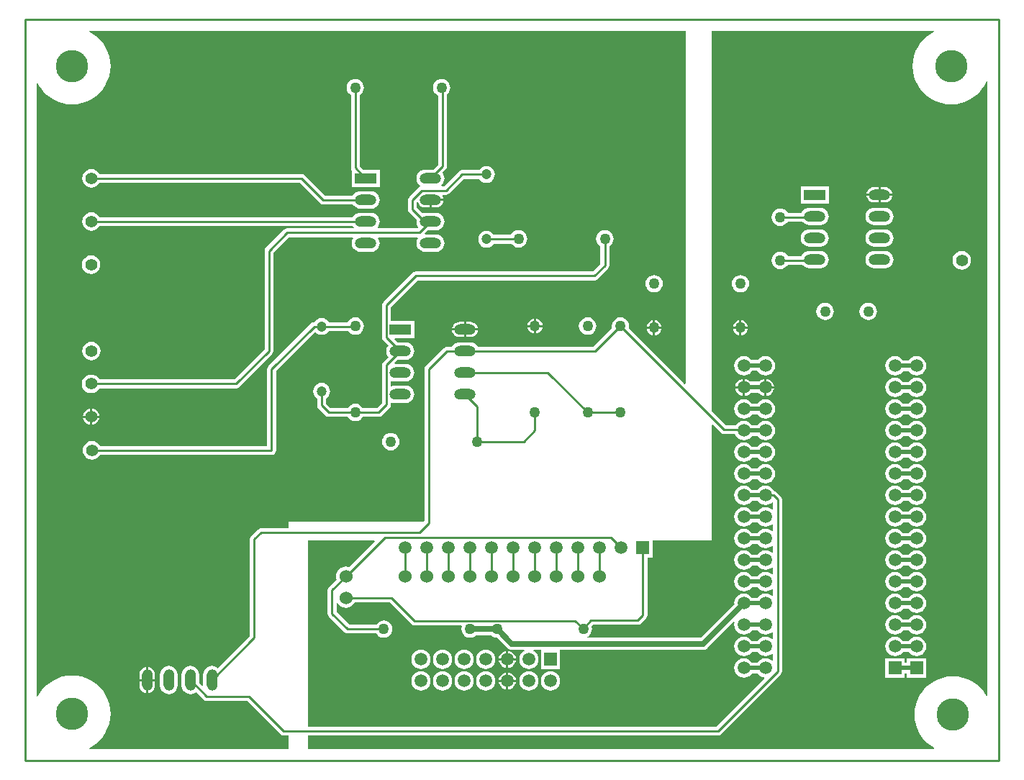
<source format=gtl>
G04*
G04 #@! TF.GenerationSoftware,Altium Limited,Altium Designer,19.1.5 (86)*
G04*
G04 Layer_Physical_Order=1*
G04 Layer_Color=255*
%FSLAX43Y43*%
%MOMM*%
G71*
G01*
G75*
%ADD10C,0.254*%
%ADD12C,0.508*%
%ADD26C,0.635*%
%ADD27C,1.270*%
%ADD28C,1.500*%
%ADD29R,1.500X1.500*%
%ADD30C,1.524*%
%ADD31R,1.500X1.500*%
%ADD32C,3.810*%
%ADD33R,2.540X1.270*%
%ADD34O,2.540X1.270*%
%ADD35C,1.200*%
%ADD36C,1.397*%
%ADD37O,1.270X2.540*%
G36*
X77663Y44343D02*
X77545Y44294D01*
X70993Y50847D01*
X71027Y51105D01*
X70992Y51370D01*
X70890Y51617D01*
X70727Y51829D01*
X70515Y51992D01*
X70268Y52095D01*
X70002Y52130D01*
X69737Y52095D01*
X69490Y51992D01*
X69278Y51829D01*
X69115Y51617D01*
X69013Y51370D01*
X68978Y51105D01*
X69012Y50847D01*
X66841Y48676D01*
X53233D01*
X53074Y48883D01*
X52862Y49046D01*
X52615Y49148D01*
X52349Y49183D01*
X51079D01*
X50814Y49148D01*
X50567Y49046D01*
X50355Y48883D01*
X50196Y48676D01*
X49581D01*
X49383Y48637D01*
X49215Y48525D01*
X47081Y46391D01*
X46969Y46223D01*
X46929Y46025D01*
Y28155D01*
X46816Y28042D01*
X30988D01*
Y27340D01*
X27737D01*
X27737Y27340D01*
X27539Y27301D01*
X27371Y27189D01*
X26558Y26376D01*
X26445Y26208D01*
X26406Y26010D01*
Y14642D01*
X22615Y10851D01*
X22458Y10971D01*
X22211Y11074D01*
X21946Y11109D01*
X21680Y11074D01*
X21433Y10971D01*
X21221Y10808D01*
X21058Y10596D01*
X20956Y10349D01*
X20921Y10084D01*
Y8846D01*
X20808Y8778D01*
X20430Y9157D01*
Y10084D01*
X20395Y10349D01*
X20293Y10596D01*
X20130Y10808D01*
X19918Y10971D01*
X19671Y11074D01*
X19406Y11109D01*
X19140Y11074D01*
X18893Y10971D01*
X18681Y10808D01*
X18518Y10596D01*
X18416Y10349D01*
X18381Y10084D01*
Y8814D01*
X18416Y8549D01*
X18518Y8301D01*
X18681Y8089D01*
X18893Y7926D01*
X19140Y7824D01*
X19406Y7789D01*
X19671Y7824D01*
X19918Y7926D01*
X20075Y8047D01*
X20970Y7152D01*
X21138Y7040D01*
X21336Y7000D01*
X26100D01*
X30012Y3088D01*
X30180Y2976D01*
X30378Y2936D01*
X30988D01*
Y1321D01*
X7511D01*
X7483Y1444D01*
X7745Y1574D01*
X8237Y1902D01*
X8681Y2292D01*
X9071Y2736D01*
X9399Y3228D01*
X9660Y3758D01*
X9850Y4317D01*
X9965Y4897D01*
X10004Y5486D01*
X9965Y6076D01*
X9850Y6656D01*
X9660Y7215D01*
X9399Y7745D01*
X9071Y8237D01*
X8681Y8681D01*
X8237Y9071D01*
X7745Y9399D01*
X7215Y9660D01*
X6656Y9850D01*
X6076Y9965D01*
X5486Y10004D01*
X4897Y9965D01*
X4317Y9850D01*
X3758Y9660D01*
X3228Y9399D01*
X2736Y9071D01*
X2292Y8681D01*
X1902Y8237D01*
X1574Y7745D01*
X1444Y7483D01*
X1321Y7511D01*
Y79661D01*
X1444Y79690D01*
X1574Y79428D01*
X1902Y78936D01*
X2292Y78492D01*
X2736Y78102D01*
X3228Y77774D01*
X3758Y77513D01*
X4317Y77323D01*
X4897Y77207D01*
X5486Y77169D01*
X6076Y77207D01*
X6656Y77323D01*
X7215Y77513D01*
X7745Y77774D01*
X8237Y78102D01*
X8681Y78492D01*
X9071Y78936D01*
X9399Y79428D01*
X9660Y79958D01*
X9850Y80517D01*
X9965Y81097D01*
X10004Y81686D01*
X9965Y82276D01*
X9850Y82856D01*
X9660Y83415D01*
X9399Y83945D01*
X9071Y84437D01*
X8681Y84881D01*
X8237Y85271D01*
X7745Y85599D01*
X7483Y85728D01*
X7511Y85852D01*
X77663D01*
Y44343D01*
D02*
G37*
G36*
X106890Y85852D02*
X106919Y85728D01*
X106656Y85599D01*
X106165Y85271D01*
X105721Y84881D01*
X105331Y84437D01*
X105003Y83945D01*
X104741Y83415D01*
X104551Y82856D01*
X104436Y82276D01*
X104398Y81686D01*
X104436Y81097D01*
X104551Y80517D01*
X104741Y79958D01*
X105003Y79428D01*
X105331Y78936D01*
X105721Y78492D01*
X106165Y78102D01*
X106656Y77774D01*
X107186Y77513D01*
X107746Y77323D01*
X108326Y77207D01*
X108915Y77169D01*
X109505Y77207D01*
X110084Y77323D01*
X110644Y77513D01*
X111174Y77774D01*
X111665Y78102D01*
X112110Y78492D01*
X112499Y78936D01*
X112828Y79428D01*
X113055Y79889D01*
X113182Y79860D01*
Y7616D01*
X113059Y7587D01*
X113031Y7644D01*
X112703Y8135D01*
X112313Y8579D01*
X111869Y8969D01*
X111377Y9297D01*
X110847Y9559D01*
X110288Y9749D01*
X109708Y9864D01*
X109118Y9902D01*
X108529Y9864D01*
X107949Y9749D01*
X107390Y9559D01*
X106860Y9297D01*
X106368Y8969D01*
X105924Y8579D01*
X105534Y8135D01*
X105206Y7644D01*
X104945Y7114D01*
X104755Y6554D01*
X104639Y5974D01*
X104601Y5385D01*
X104639Y4795D01*
X104755Y4216D01*
X104945Y3656D01*
X105206Y3126D01*
X105534Y2635D01*
X105924Y2190D01*
X106368Y1801D01*
X106860Y1472D01*
X106916Y1444D01*
X106887Y1321D01*
X33223Y1321D01*
Y2936D01*
X81483Y2936D01*
X81681Y2976D01*
X81849Y3088D01*
X88860Y10099D01*
X88860Y10099D01*
X88972Y10267D01*
X89012Y10465D01*
Y30683D01*
X88972Y30881D01*
X88860Y31049D01*
X88352Y31557D01*
X88184Y31670D01*
X88089Y31689D01*
X88059Y31762D01*
X87878Y31998D01*
X87642Y32179D01*
X87366Y32293D01*
X87071Y32332D01*
X86776Y32293D01*
X86501Y32179D01*
X86265Y31998D01*
X86142Y31839D01*
X85460D01*
X85338Y31998D01*
X85102Y32179D01*
X84826Y32293D01*
X84531Y32332D01*
X84236Y32293D01*
X83961Y32179D01*
X83725Y31998D01*
X83543Y31762D01*
X83429Y31486D01*
X83390Y31191D01*
X83429Y30896D01*
X83543Y30621D01*
X83725Y30385D01*
X83961Y30203D01*
X84236Y30089D01*
X84531Y30050D01*
X84826Y30089D01*
X85102Y30203D01*
X85338Y30385D01*
X85460Y30544D01*
X86142D01*
X86265Y30385D01*
X86501Y30203D01*
X86776Y30089D01*
X87071Y30050D01*
X87366Y30089D01*
X87642Y30203D01*
X87849Y30362D01*
X87946Y30329D01*
X87976Y30306D01*
Y29523D01*
X87849Y29480D01*
X87642Y29639D01*
X87366Y29753D01*
X87071Y29792D01*
X86776Y29753D01*
X86501Y29639D01*
X86265Y29458D01*
X86142Y29299D01*
X85460D01*
X85338Y29458D01*
X85102Y29639D01*
X84826Y29753D01*
X84531Y29792D01*
X84236Y29753D01*
X83961Y29639D01*
X83725Y29458D01*
X83543Y29222D01*
X83429Y28946D01*
X83390Y28651D01*
X83429Y28356D01*
X83543Y28081D01*
X83725Y27845D01*
X83961Y27663D01*
X84236Y27549D01*
X84531Y27510D01*
X84826Y27549D01*
X85102Y27663D01*
X85338Y27845D01*
X85460Y28004D01*
X86142D01*
X86265Y27845D01*
X86501Y27663D01*
X86776Y27549D01*
X87071Y27510D01*
X87366Y27549D01*
X87642Y27663D01*
X87849Y27822D01*
X87976Y27779D01*
Y26983D01*
X87849Y26940D01*
X87642Y27099D01*
X87366Y27213D01*
X87071Y27252D01*
X86776Y27213D01*
X86501Y27099D01*
X86265Y26918D01*
X86142Y26759D01*
X85460D01*
X85338Y26918D01*
X85102Y27099D01*
X84826Y27213D01*
X84531Y27252D01*
X84236Y27213D01*
X83961Y27099D01*
X83725Y26918D01*
X83543Y26682D01*
X83429Y26406D01*
X83390Y26111D01*
X83429Y25816D01*
X83543Y25541D01*
X83725Y25305D01*
X83961Y25123D01*
X84236Y25009D01*
X84531Y24970D01*
X84826Y25009D01*
X85102Y25123D01*
X85338Y25305D01*
X85460Y25464D01*
X86142D01*
X86265Y25305D01*
X86501Y25123D01*
X86776Y25009D01*
X87071Y24970D01*
X87366Y25009D01*
X87642Y25123D01*
X87849Y25282D01*
X87976Y25239D01*
Y24443D01*
X87849Y24400D01*
X87642Y24559D01*
X87366Y24673D01*
X87071Y24712D01*
X86776Y24673D01*
X86501Y24559D01*
X86265Y24378D01*
X86142Y24219D01*
X85460D01*
X85338Y24378D01*
X85102Y24559D01*
X84826Y24673D01*
X84531Y24712D01*
X84236Y24673D01*
X83961Y24559D01*
X83725Y24378D01*
X83543Y24142D01*
X83429Y23866D01*
X83390Y23571D01*
X83429Y23276D01*
X83543Y23001D01*
X83725Y22765D01*
X83961Y22583D01*
X84236Y22469D01*
X84531Y22430D01*
X84826Y22469D01*
X85102Y22583D01*
X85338Y22765D01*
X85460Y22924D01*
X86142D01*
X86265Y22765D01*
X86501Y22583D01*
X86776Y22469D01*
X87071Y22430D01*
X87366Y22469D01*
X87642Y22583D01*
X87849Y22742D01*
X87976Y22699D01*
Y21903D01*
X87849Y21860D01*
X87642Y22019D01*
X87366Y22133D01*
X87071Y22172D01*
X86776Y22133D01*
X86501Y22019D01*
X86265Y21838D01*
X86142Y21679D01*
X85460D01*
X85338Y21838D01*
X85102Y22019D01*
X84826Y22133D01*
X84531Y22172D01*
X84236Y22133D01*
X83961Y22019D01*
X83725Y21838D01*
X83543Y21602D01*
X83429Y21326D01*
X83390Y21031D01*
X83429Y20736D01*
X83543Y20461D01*
X83725Y20225D01*
X83961Y20043D01*
X84236Y19929D01*
X84531Y19890D01*
X84826Y19929D01*
X85102Y20043D01*
X85338Y20225D01*
X85460Y20384D01*
X86142D01*
X86265Y20225D01*
X86501Y20043D01*
X86776Y19929D01*
X87071Y19890D01*
X87366Y19929D01*
X87642Y20043D01*
X87849Y20202D01*
X87976Y20159D01*
Y19363D01*
X87849Y19320D01*
X87642Y19479D01*
X87366Y19593D01*
X87071Y19632D01*
X86776Y19593D01*
X86501Y19479D01*
X86265Y19298D01*
X86142Y19139D01*
X85460D01*
X85338Y19298D01*
X85102Y19479D01*
X84826Y19593D01*
X84531Y19632D01*
X84236Y19593D01*
X83961Y19479D01*
X83725Y19298D01*
X83543Y19062D01*
X83429Y18786D01*
X83390Y18491D01*
X83407Y18364D01*
X79464Y14421D01*
X66151D01*
X66126Y14548D01*
X66146Y14556D01*
X66358Y14719D01*
X66521Y14931D01*
X66623Y15178D01*
X66658Y15443D01*
X66623Y15708D01*
X66596Y15775D01*
X66763Y15941D01*
X72034D01*
X72233Y15981D01*
X72401Y16093D01*
X73010Y16703D01*
X73123Y16871D01*
X73162Y17069D01*
Y23863D01*
X73775D01*
Y25908D01*
X80772D01*
X80772Y39437D01*
X80889Y39485D01*
X81828Y38547D01*
X81996Y38434D01*
X82194Y38395D01*
X83479D01*
X83543Y38241D01*
X83725Y38005D01*
X83961Y37823D01*
X84236Y37709D01*
X84531Y37670D01*
X84826Y37709D01*
X85102Y37823D01*
X85338Y38005D01*
X85460Y38164D01*
X86142D01*
X86265Y38005D01*
X86501Y37823D01*
X86776Y37709D01*
X87071Y37670D01*
X87366Y37709D01*
X87642Y37823D01*
X87878Y38005D01*
X88059Y38241D01*
X88173Y38516D01*
X88212Y38811D01*
X88173Y39106D01*
X88059Y39382D01*
X87878Y39618D01*
X87642Y39799D01*
X87366Y39913D01*
X87071Y39952D01*
X86776Y39913D01*
X86501Y39799D01*
X86265Y39618D01*
X86142Y39459D01*
X85460D01*
X85338Y39618D01*
X85102Y39799D01*
X84826Y39913D01*
X84531Y39952D01*
X84236Y39913D01*
X83961Y39799D01*
X83725Y39618D01*
X83581Y39431D01*
X82409D01*
X80772Y41068D01*
X80772Y85852D01*
X106890Y85852D01*
D02*
G37*
G36*
X41111Y25791D02*
X38050Y22730D01*
X37992Y22754D01*
X37694Y22794D01*
X37395Y22754D01*
X37117Y22639D01*
X36878Y22456D01*
X36695Y22217D01*
X36580Y21939D01*
X36541Y21641D01*
X36580Y21342D01*
X36604Y21284D01*
X35702Y20381D01*
X35589Y20213D01*
X35550Y20015D01*
Y17272D01*
X35589Y17074D01*
X35702Y16906D01*
X37531Y15077D01*
X37699Y14965D01*
X37897Y14925D01*
X41281D01*
X41439Y14719D01*
X41652Y14556D01*
X41899Y14453D01*
X42164Y14418D01*
X42429Y14453D01*
X42676Y14556D01*
X42889Y14719D01*
X43051Y14931D01*
X43154Y15178D01*
X43189Y15443D01*
X43154Y15708D01*
X43051Y15956D01*
X42889Y16168D01*
X42676Y16331D01*
X42429Y16433D01*
X42164Y16468D01*
X41899Y16433D01*
X41652Y16331D01*
X41439Y16168D01*
X41281Y15961D01*
X38111D01*
X36586Y17487D01*
Y18479D01*
X36713Y18501D01*
X36878Y18286D01*
X37117Y18102D01*
X37395Y17987D01*
X37694Y17948D01*
X37992Y17987D01*
X38270Y18102D01*
X38509Y18286D01*
X38692Y18524D01*
X38716Y18583D01*
X42864D01*
X45430Y16017D01*
X45430Y16017D01*
X45598Y15904D01*
X45796Y15865D01*
X45796Y15865D01*
X51285D01*
X51355Y15759D01*
X51334Y15708D01*
X51299Y15443D01*
X51334Y15178D01*
X51437Y14931D01*
X51599Y14719D01*
X51812Y14556D01*
X52059Y14453D01*
X52324Y14418D01*
X52589Y14453D01*
X52836Y14556D01*
X53049Y14719D01*
X53064Y14739D01*
X54734D01*
X54749Y14719D01*
X54961Y14556D01*
X55208Y14453D01*
X55474Y14418D01*
X55499Y14422D01*
X56703Y13218D01*
X56849Y13106D01*
X57018Y13035D01*
X57201Y13011D01*
X58660D01*
X58685Y12884D01*
X58662Y12875D01*
X58426Y12694D01*
X58245Y12458D01*
X58131Y12182D01*
X58092Y11887D01*
X58131Y11592D01*
X58245Y11317D01*
X58426Y11081D01*
X58662Y10899D01*
X58938Y10785D01*
X59233Y10746D01*
X59528Y10785D01*
X59803Y10899D01*
X60039Y11081D01*
X60221Y11317D01*
X60335Y11592D01*
X60374Y11887D01*
X60335Y12182D01*
X60221Y12458D01*
X60039Y12694D01*
X59803Y12875D01*
X59781Y12884D01*
X59806Y13011D01*
X60642D01*
Y10756D01*
X62904D01*
Y13011D01*
X79756D01*
X79938Y13035D01*
X80108Y13106D01*
X80254Y13218D01*
X83309Y16273D01*
X83424Y16208D01*
X83390Y15951D01*
X83429Y15656D01*
X83543Y15381D01*
X83725Y15145D01*
X83961Y14963D01*
X84236Y14849D01*
X84531Y14810D01*
X84826Y14849D01*
X85102Y14963D01*
X85338Y15145D01*
X85460Y15304D01*
X86142D01*
X86265Y15145D01*
X86501Y14963D01*
X86776Y14849D01*
X87071Y14810D01*
X87366Y14849D01*
X87642Y14963D01*
X87849Y15122D01*
X87976Y15079D01*
Y14283D01*
X87849Y14240D01*
X87642Y14399D01*
X87366Y14513D01*
X87071Y14552D01*
X86776Y14513D01*
X86501Y14399D01*
X86265Y14218D01*
X86142Y14059D01*
X85460D01*
X85338Y14218D01*
X85102Y14399D01*
X84826Y14513D01*
X84531Y14552D01*
X84236Y14513D01*
X83961Y14399D01*
X83725Y14218D01*
X83543Y13982D01*
X83429Y13706D01*
X83390Y13411D01*
X83429Y13116D01*
X83543Y12841D01*
X83725Y12605D01*
X83961Y12423D01*
X84236Y12309D01*
X84531Y12270D01*
X84826Y12309D01*
X85102Y12423D01*
X85338Y12605D01*
X85460Y12764D01*
X86142D01*
X86265Y12605D01*
X86501Y12423D01*
X86776Y12309D01*
X87071Y12270D01*
X87366Y12309D01*
X87642Y12423D01*
X87849Y12582D01*
X87976Y12539D01*
Y11743D01*
X87849Y11700D01*
X87642Y11859D01*
X87366Y11973D01*
X87071Y12012D01*
X86776Y11973D01*
X86501Y11859D01*
X86265Y11678D01*
X86142Y11519D01*
X85460D01*
X85338Y11678D01*
X85102Y11859D01*
X84826Y11973D01*
X84531Y12012D01*
X84236Y11973D01*
X83961Y11859D01*
X83725Y11678D01*
X83543Y11442D01*
X83429Y11166D01*
X83390Y10871D01*
X83429Y10576D01*
X83543Y10301D01*
X83725Y10065D01*
X83961Y9883D01*
X84236Y9769D01*
X84531Y9730D01*
X84826Y9769D01*
X85102Y9883D01*
X85338Y10065D01*
X85460Y10224D01*
X86142D01*
X86265Y10065D01*
X86501Y9883D01*
X86776Y9769D01*
X86890Y9754D01*
X86930Y9634D01*
X81269Y3972D01*
X33223Y3972D01*
Y25908D01*
X41062D01*
X41111Y25791D01*
D02*
G37*
%LPC*%
G36*
X48971Y80171D02*
X48706Y80136D01*
X48459Y80034D01*
X48247Y79871D01*
X48084Y79659D01*
X47981Y79412D01*
X47946Y79146D01*
X47981Y78881D01*
X48084Y78634D01*
X48247Y78422D01*
X48459Y78259D01*
X48555Y78219D01*
Y70115D01*
X47943Y69503D01*
X47015D01*
X46750Y69468D01*
X46503Y69366D01*
X46291Y69203D01*
X46128Y68991D01*
X46026Y68744D01*
X45991Y68478D01*
X46026Y68213D01*
X46128Y67966D01*
X46291Y67754D01*
X46414Y67660D01*
X46420Y67627D01*
X46400Y67510D01*
X46268Y67422D01*
X45151Y66305D01*
X45038Y66137D01*
X44999Y65938D01*
Y64821D01*
X45038Y64623D01*
X45151Y64455D01*
X46016Y63589D01*
X45991Y63398D01*
X46026Y63133D01*
X46128Y62886D01*
X46248Y62729D01*
X46115Y62596D01*
X41489D01*
X41427Y62723D01*
X41553Y62886D01*
X41655Y63133D01*
X41690Y63398D01*
X41655Y63664D01*
X41553Y63911D01*
X41390Y64123D01*
X41178Y64286D01*
X40931Y64388D01*
X40665Y64423D01*
X39395D01*
X39130Y64388D01*
X38883Y64286D01*
X38671Y64123D01*
X38512Y63916D01*
X28683D01*
X28643Y63924D01*
X8708D01*
X8697Y63951D01*
X8524Y64176D01*
X8298Y64349D01*
X8035Y64458D01*
X7754Y64495D01*
X7472Y64458D01*
X7209Y64349D01*
X6984Y64176D01*
X6811Y63951D01*
X6702Y63688D01*
X6665Y63406D01*
X6702Y63125D01*
X6811Y62862D01*
X6984Y62636D01*
X7209Y62463D01*
X7472Y62355D01*
X7754Y62318D01*
X8035Y62355D01*
X8298Y62463D01*
X8524Y62636D01*
X8697Y62862D01*
X8708Y62888D01*
X28205D01*
X28245Y62880D01*
X38512D01*
X38633Y62723D01*
X38572Y62596D01*
X30785D01*
X30587Y62556D01*
X30419Y62444D01*
X28285Y60310D01*
X28173Y60142D01*
X28133Y59944D01*
Y48373D01*
X24576Y44816D01*
X8675D01*
X8665Y44842D01*
X8492Y45068D01*
X8266Y45241D01*
X8003Y45349D01*
X7722Y45386D01*
X7440Y45349D01*
X7177Y45241D01*
X6952Y45068D01*
X6779Y44842D01*
X6670Y44579D01*
X6633Y44298D01*
X6670Y44016D01*
X6779Y43753D01*
X6952Y43528D01*
X7177Y43355D01*
X7440Y43246D01*
X7722Y43209D01*
X8003Y43246D01*
X8266Y43355D01*
X8492Y43528D01*
X8665Y43753D01*
X8675Y43780D01*
X24790D01*
X24989Y43819D01*
X25157Y43931D01*
X29017Y47792D01*
X29130Y47960D01*
X29169Y48158D01*
X29169Y48158D01*
Y59729D01*
X30999Y61560D01*
X38509D01*
X38565Y61446D01*
X38508Y61371D01*
X38406Y61124D01*
X38371Y60858D01*
X38406Y60593D01*
X38508Y60346D01*
X38671Y60134D01*
X38883Y59971D01*
X39130Y59869D01*
X39395Y59834D01*
X40665D01*
X40931Y59869D01*
X41178Y59971D01*
X41390Y60134D01*
X41553Y60346D01*
X41655Y60593D01*
X41690Y60858D01*
X41655Y61124D01*
X41553Y61371D01*
X41495Y61446D01*
X41552Y61560D01*
X46129D01*
X46185Y61446D01*
X46128Y61371D01*
X46026Y61124D01*
X45991Y60858D01*
X46026Y60593D01*
X46128Y60346D01*
X46291Y60134D01*
X46503Y59971D01*
X46750Y59869D01*
X47015Y59834D01*
X48285D01*
X48551Y59869D01*
X48798Y59971D01*
X49010Y60134D01*
X49173Y60346D01*
X49275Y60593D01*
X49310Y60858D01*
X49275Y61124D01*
X49173Y61371D01*
X49010Y61583D01*
X48798Y61746D01*
X48551Y61848D01*
X48285Y61883D01*
X47047D01*
X46980Y61996D01*
X47358Y62374D01*
X48285D01*
X48551Y62409D01*
X48798Y62511D01*
X49010Y62674D01*
X49173Y62886D01*
X49275Y63133D01*
X49310Y63398D01*
X49275Y63664D01*
X49173Y63911D01*
X49010Y64123D01*
X48798Y64286D01*
X48551Y64388D01*
X48285Y64423D01*
X47015D01*
X46750Y64388D01*
X46702Y64368D01*
X46035Y65035D01*
Y65651D01*
X46157Y65675D01*
X46163Y65673D01*
X46239Y65490D01*
X46381Y65304D01*
X46567Y65162D01*
X46783Y65072D01*
X47015Y65042D01*
X47523D01*
Y65938D01*
X47650D01*
Y66065D01*
X49165D01*
X49152Y66170D01*
X49062Y66387D01*
X49033Y66424D01*
X49089Y66538D01*
X49479D01*
X49677Y66577D01*
X49845Y66690D01*
X51573Y68418D01*
X53415D01*
X53555Y68236D01*
X53760Y68079D01*
X53998Y67980D01*
X54254Y67946D01*
X54510Y67980D01*
X54749Y68079D01*
X54954Y68236D01*
X55111Y68441D01*
X55210Y68680D01*
X55244Y68936D01*
X55210Y69192D01*
X55111Y69430D01*
X54954Y69635D01*
X54749Y69793D01*
X54510Y69891D01*
X54254Y69925D01*
X53998Y69891D01*
X53760Y69793D01*
X53555Y69635D01*
X53415Y69454D01*
X51359D01*
X51161Y69414D01*
X50993Y69302D01*
X49265Y67574D01*
X48984D01*
X48941Y67701D01*
X49010Y67754D01*
X49173Y67966D01*
X49275Y68213D01*
X49310Y68478D01*
X49275Y68744D01*
X49173Y68991D01*
X49052Y69148D01*
X49439Y69535D01*
X49551Y69703D01*
X49591Y69901D01*
X49591Y69901D01*
Y78341D01*
X49696Y78422D01*
X49859Y78634D01*
X49961Y78881D01*
X49996Y79146D01*
X49961Y79412D01*
X49859Y79659D01*
X49696Y79871D01*
X49484Y80034D01*
X49236Y80136D01*
X48971Y80171D01*
D02*
G37*
G36*
X38811D02*
X38546Y80136D01*
X38299Y80034D01*
X38087Y79871D01*
X37924Y79659D01*
X37821Y79412D01*
X37786Y79146D01*
X37821Y78881D01*
X37924Y78634D01*
X38087Y78422D01*
X38293Y78263D01*
Y69698D01*
X38333Y69499D01*
X38379Y69429D01*
Y67462D01*
X41681D01*
Y69494D01*
X39747D01*
X39329Y69912D01*
Y78263D01*
X39536Y78422D01*
X39699Y78634D01*
X39801Y78881D01*
X39836Y79146D01*
X39801Y79412D01*
X39699Y79659D01*
X39536Y79871D01*
X39324Y80034D01*
X39076Y80136D01*
X38811Y80171D01*
D02*
G37*
G36*
X49165Y65811D02*
X47777D01*
Y65042D01*
X48285D01*
X48517Y65072D01*
X48734Y65162D01*
X48919Y65304D01*
X49062Y65490D01*
X49152Y65706D01*
X49165Y65811D01*
D02*
G37*
G36*
X7754Y69575D02*
X7472Y69538D01*
X7209Y69429D01*
X6984Y69256D01*
X6811Y69031D01*
X6702Y68768D01*
X6665Y68486D01*
X6702Y68205D01*
X6811Y67942D01*
X6984Y67716D01*
X7209Y67543D01*
X7472Y67435D01*
X7754Y67398D01*
X8035Y67435D01*
X8298Y67543D01*
X8524Y67716D01*
X8697Y67942D01*
X8708Y67968D01*
X30033D01*
X30074Y67960D01*
X32297D01*
X34686Y65572D01*
X34686Y65572D01*
X34854Y65460D01*
X35052Y65420D01*
X35052Y65420D01*
X38512D01*
X38671Y65214D01*
X38883Y65051D01*
X39130Y64949D01*
X39395Y64914D01*
X40665D01*
X40931Y64949D01*
X41178Y65051D01*
X41390Y65214D01*
X41553Y65426D01*
X41655Y65673D01*
X41690Y65938D01*
X41655Y66204D01*
X41553Y66451D01*
X41390Y66663D01*
X41178Y66826D01*
X40931Y66928D01*
X40665Y66963D01*
X39395D01*
X39130Y66928D01*
X38883Y66826D01*
X38671Y66663D01*
X38512Y66456D01*
X35267D01*
X32878Y68845D01*
X32710Y68957D01*
X32512Y68996D01*
X30207D01*
X30167Y69004D01*
X8708D01*
X8697Y69031D01*
X8524Y69256D01*
X8298Y69429D01*
X8035Y69538D01*
X7754Y69575D01*
D02*
G37*
G36*
X58014Y62391D02*
X57748Y62356D01*
X57501Y62254D01*
X57289Y62091D01*
X57126Y61879D01*
X57107Y61834D01*
X55093D01*
X54954Y62015D01*
X54749Y62173D01*
X54510Y62271D01*
X54254Y62305D01*
X53998Y62271D01*
X53760Y62173D01*
X53555Y62015D01*
X53397Y61810D01*
X53299Y61572D01*
X53265Y61316D01*
X53299Y61060D01*
X53397Y60821D01*
X53555Y60616D01*
X53760Y60459D01*
X53998Y60360D01*
X54254Y60326D01*
X54510Y60360D01*
X54749Y60459D01*
X54954Y60616D01*
X55093Y60798D01*
X57169D01*
X57289Y60642D01*
X57501Y60479D01*
X57748Y60377D01*
X58014Y60342D01*
X58279Y60377D01*
X58526Y60479D01*
X58738Y60642D01*
X58901Y60854D01*
X59003Y61101D01*
X59038Y61366D01*
X59003Y61632D01*
X58901Y61879D01*
X58738Y62091D01*
X58526Y62254D01*
X58279Y62356D01*
X58014Y62391D01*
D02*
G37*
G36*
X7722Y59407D02*
X7440Y59370D01*
X7177Y59261D01*
X6952Y59088D01*
X6779Y58863D01*
X6670Y58600D01*
X6633Y58318D01*
X6670Y58037D01*
X6779Y57774D01*
X6952Y57548D01*
X7177Y57375D01*
X7440Y57267D01*
X7722Y57230D01*
X8003Y57267D01*
X8266Y57375D01*
X8492Y57548D01*
X8665Y57774D01*
X8773Y58037D01*
X8810Y58318D01*
X8773Y58600D01*
X8665Y58863D01*
X8492Y59088D01*
X8266Y59261D01*
X8003Y59370D01*
X7722Y59407D01*
D02*
G37*
G36*
X73965Y57108D02*
X73700Y57073D01*
X73452Y56971D01*
X73240Y56808D01*
X73077Y56596D01*
X72975Y56348D01*
X72940Y56083D01*
X72975Y55818D01*
X73077Y55571D01*
X73240Y55359D01*
X73452Y55196D01*
X73700Y55093D01*
X73965Y55058D01*
X74230Y55093D01*
X74477Y55196D01*
X74689Y55359D01*
X74852Y55571D01*
X74955Y55818D01*
X74990Y56083D01*
X74955Y56348D01*
X74852Y56596D01*
X74689Y56808D01*
X74477Y56971D01*
X74230Y57073D01*
X73965Y57108D01*
D02*
G37*
G36*
X38811Y52130D02*
X38546Y52095D01*
X38299Y51992D01*
X38087Y51829D01*
X37924Y51617D01*
X37905Y51572D01*
X35688D01*
X35548Y51754D01*
X35344Y51911D01*
X35105Y52010D01*
X34849Y52043D01*
X34593Y52010D01*
X34354Y51911D01*
X34149Y51754D01*
X34010Y51572D01*
X33985D01*
X33787Y51533D01*
X33619Y51420D01*
X28590Y46391D01*
X28477Y46223D01*
X28438Y46025D01*
Y36992D01*
X8777D01*
X8766Y37019D01*
X8593Y37244D01*
X8368Y37417D01*
X8105Y37526D01*
X7823Y37563D01*
X7541Y37526D01*
X7279Y37417D01*
X7053Y37244D01*
X6880Y37019D01*
X6771Y36756D01*
X6734Y36474D01*
X6771Y36193D01*
X6880Y35930D01*
X7053Y35704D01*
X7279Y35531D01*
X7541Y35423D01*
X7823Y35386D01*
X8105Y35423D01*
X8368Y35531D01*
X8593Y35704D01*
X8766Y35930D01*
X8777Y35956D01*
X28956D01*
X29154Y35996D01*
X29322Y36108D01*
X29435Y36276D01*
X29474Y36474D01*
Y45810D01*
X34026Y50362D01*
X34149Y50354D01*
X34354Y50197D01*
X34593Y50098D01*
X34849Y50065D01*
X35105Y50098D01*
X35344Y50197D01*
X35548Y50354D01*
X35688Y50536D01*
X37967D01*
X38087Y50380D01*
X38299Y50217D01*
X38546Y50115D01*
X38811Y50080D01*
X39076Y50115D01*
X39324Y50217D01*
X39536Y50380D01*
X39699Y50592D01*
X39801Y50840D01*
X39836Y51105D01*
X39801Y51370D01*
X39699Y51617D01*
X39536Y51829D01*
X39324Y51992D01*
X39076Y52095D01*
X38811Y52130D01*
D02*
G37*
G36*
X60071Y51985D02*
Y51232D01*
X60824D01*
X60810Y51337D01*
X60721Y51553D01*
X60578Y51739D01*
X60392Y51881D01*
X60176Y51971D01*
X60071Y51985D01*
D02*
G37*
G36*
X59817Y51985D02*
X59712Y51971D01*
X59496Y51881D01*
X59310Y51739D01*
X59167Y51553D01*
X59078Y51337D01*
X59064Y51232D01*
X59817D01*
Y51985D01*
D02*
G37*
G36*
X74092Y51782D02*
Y51029D01*
X74845D01*
X74831Y51134D01*
X74741Y51350D01*
X74599Y51536D01*
X74413Y51678D01*
X74197Y51768D01*
X74092Y51782D01*
D02*
G37*
G36*
X73838D02*
X73733Y51768D01*
X73516Y51678D01*
X73331Y51536D01*
X73188Y51350D01*
X73099Y51134D01*
X73085Y51029D01*
X73838D01*
Y51782D01*
D02*
G37*
G36*
X52349Y51595D02*
X51841D01*
Y50825D01*
X53229D01*
X53216Y50930D01*
X53126Y51147D01*
X52983Y51332D01*
X52798Y51475D01*
X52581Y51565D01*
X52349Y51595D01*
D02*
G37*
G36*
X51587D02*
X51079D01*
X50847Y51565D01*
X50631Y51475D01*
X50445Y51332D01*
X50303Y51147D01*
X50213Y50930D01*
X50199Y50825D01*
X51587D01*
Y51595D01*
D02*
G37*
G36*
X59817Y50978D02*
X59064D01*
X59078Y50873D01*
X59167Y50656D01*
X59310Y50471D01*
X59496Y50328D01*
X59712Y50239D01*
X59817Y50225D01*
Y50978D01*
D02*
G37*
G36*
X60824D02*
X60071D01*
Y50225D01*
X60176Y50239D01*
X60392Y50328D01*
X60578Y50471D01*
X60721Y50656D01*
X60810Y50873D01*
X60824Y50978D01*
D02*
G37*
G36*
X66142Y52130D02*
X65876Y52095D01*
X65629Y51992D01*
X65417Y51829D01*
X65254Y51617D01*
X65152Y51370D01*
X65117Y51105D01*
X65152Y50840D01*
X65254Y50592D01*
X65417Y50380D01*
X65629Y50217D01*
X65876Y50115D01*
X66142Y50080D01*
X66407Y50115D01*
X66654Y50217D01*
X66866Y50380D01*
X67029Y50592D01*
X67131Y50840D01*
X67166Y51105D01*
X67131Y51370D01*
X67029Y51617D01*
X66866Y51829D01*
X66654Y51992D01*
X66407Y52095D01*
X66142Y52130D01*
D02*
G37*
G36*
X74845Y50775D02*
X74092D01*
Y50022D01*
X74197Y50035D01*
X74413Y50125D01*
X74599Y50268D01*
X74741Y50453D01*
X74831Y50670D01*
X74845Y50775D01*
D02*
G37*
G36*
X73838D02*
X73085D01*
X73099Y50670D01*
X73188Y50453D01*
X73331Y50268D01*
X73516Y50125D01*
X73733Y50035D01*
X73838Y50022D01*
Y50775D01*
D02*
G37*
G36*
X53229Y50571D02*
X51841D01*
Y49802D01*
X52349D01*
X52581Y49832D01*
X52798Y49922D01*
X52983Y50064D01*
X53126Y50250D01*
X53216Y50466D01*
X53229Y50571D01*
D02*
G37*
G36*
X51587D02*
X50199D01*
X50213Y50466D01*
X50303Y50250D01*
X50445Y50064D01*
X50631Y49922D01*
X50847Y49832D01*
X51079Y49802D01*
X51587D01*
Y50571D01*
D02*
G37*
G36*
X7754Y49255D02*
X7472Y49218D01*
X7209Y49109D01*
X6984Y48936D01*
X6811Y48711D01*
X6702Y48448D01*
X6665Y48166D01*
X6702Y47885D01*
X6811Y47622D01*
X6984Y47396D01*
X7209Y47223D01*
X7472Y47115D01*
X7754Y47078D01*
X8035Y47115D01*
X8298Y47223D01*
X8524Y47396D01*
X8697Y47622D01*
X8805Y47885D01*
X8842Y48166D01*
X8805Y48448D01*
X8697Y48711D01*
X8524Y48936D01*
X8298Y49109D01*
X8035Y49218D01*
X7754Y49255D01*
D02*
G37*
G36*
X68174Y62391D02*
X67908Y62356D01*
X67661Y62254D01*
X67449Y62091D01*
X67286Y61879D01*
X67184Y61632D01*
X67149Y61366D01*
X67184Y61101D01*
X67286Y60854D01*
X67449Y60642D01*
X67656Y60483D01*
Y58431D01*
X66740Y57516D01*
X45923D01*
X45725Y57476D01*
X45557Y57364D01*
X45557Y57364D01*
X42103Y53909D01*
X41990Y53741D01*
X41951Y53543D01*
Y49784D01*
X41990Y49586D01*
X42103Y49418D01*
X42692Y48828D01*
X42572Y48671D01*
X42470Y48424D01*
X42435Y48158D01*
X42470Y47893D01*
X42572Y47646D01*
X42692Y47489D01*
X42103Y46899D01*
X41990Y46731D01*
X41951Y46533D01*
Y42074D01*
X41340Y41463D01*
X39694D01*
X39536Y41669D01*
X39324Y41832D01*
X39076Y41935D01*
X38811Y41970D01*
X38546Y41935D01*
X38299Y41832D01*
X38087Y41669D01*
X37928Y41463D01*
X35876D01*
X35367Y41972D01*
Y42595D01*
X35548Y42734D01*
X35706Y42939D01*
X35805Y43178D01*
X35838Y43434D01*
X35805Y43690D01*
X35706Y43929D01*
X35548Y44134D01*
X35344Y44291D01*
X35105Y44390D01*
X34849Y44423D01*
X34593Y44390D01*
X34354Y44291D01*
X34149Y44134D01*
X33992Y43929D01*
X33893Y43690D01*
X33859Y43434D01*
X33893Y43178D01*
X33992Y42939D01*
X34149Y42734D01*
X34331Y42595D01*
Y41758D01*
X34370Y41559D01*
X34483Y41391D01*
X35295Y40579D01*
X35463Y40466D01*
X35662Y40427D01*
X37928D01*
X38087Y40220D01*
X38299Y40057D01*
X38546Y39955D01*
X38811Y39920D01*
X39076Y39955D01*
X39324Y40057D01*
X39536Y40220D01*
X39694Y40427D01*
X41554D01*
X41753Y40466D01*
X41921Y40579D01*
X42835Y41493D01*
X42947Y41661D01*
X42987Y41859D01*
Y42060D01*
X43092Y42131D01*
X43194Y42089D01*
X43459Y42054D01*
X44729D01*
X44995Y42089D01*
X45242Y42191D01*
X45454Y42354D01*
X45617Y42566D01*
X45719Y42813D01*
X45754Y43078D01*
X45719Y43344D01*
X45617Y43591D01*
X45454Y43803D01*
X45242Y43966D01*
X44995Y44068D01*
X44729Y44103D01*
X43459D01*
X43194Y44068D01*
X43092Y44026D01*
X42987Y44097D01*
Y44600D01*
X43092Y44671D01*
X43194Y44629D01*
X43459Y44594D01*
X44729D01*
X44995Y44629D01*
X45242Y44731D01*
X45454Y44894D01*
X45617Y45106D01*
X45719Y45353D01*
X45754Y45618D01*
X45719Y45884D01*
X45617Y46131D01*
X45454Y46343D01*
X45242Y46506D01*
X44995Y46608D01*
X44729Y46643D01*
X43491D01*
X43424Y46756D01*
X43802Y47134D01*
X44729D01*
X44995Y47169D01*
X45242Y47271D01*
X45454Y47434D01*
X45617Y47646D01*
X45719Y47893D01*
X45754Y48158D01*
X45719Y48424D01*
X45617Y48671D01*
X45454Y48883D01*
X45242Y49046D01*
X44995Y49148D01*
X44729Y49183D01*
X43802D01*
X43420Y49565D01*
X43469Y49682D01*
X45745D01*
Y51714D01*
X42987D01*
Y53329D01*
X46138Y56480D01*
X66954D01*
X67153Y56519D01*
X67321Y56631D01*
X68540Y57851D01*
X68540Y57851D01*
X68652Y58019D01*
X68692Y58217D01*
X68692Y58217D01*
Y60483D01*
X68898Y60642D01*
X69061Y60854D01*
X69163Y61101D01*
X69198Y61366D01*
X69163Y61632D01*
X69061Y61879D01*
X68898Y62091D01*
X68686Y62254D01*
X68439Y62356D01*
X68174Y62391D01*
D02*
G37*
G36*
X7849Y41381D02*
Y40564D01*
X8666D01*
X8650Y40685D01*
X8554Y40917D01*
X8401Y41116D01*
X8202Y41269D01*
X7970Y41365D01*
X7849Y41381D01*
D02*
G37*
G36*
X7595Y41381D02*
X7473Y41365D01*
X7241Y41269D01*
X7042Y41116D01*
X6890Y40917D01*
X6794Y40685D01*
X6778Y40564D01*
X7595D01*
Y41381D01*
D02*
G37*
G36*
Y40310D02*
X6778D01*
X6794Y40188D01*
X6890Y39956D01*
X7042Y39757D01*
X7241Y39605D01*
X7473Y39509D01*
X7595Y39493D01*
Y40310D01*
D02*
G37*
G36*
X8666D02*
X7849D01*
Y39493D01*
X7970Y39509D01*
X8202Y39605D01*
X8401Y39757D01*
X8554Y39956D01*
X8650Y40188D01*
X8666Y40310D01*
D02*
G37*
G36*
X42977Y38515D02*
X42712Y38480D01*
X42464Y38378D01*
X42252Y38215D01*
X42089Y38003D01*
X41987Y37756D01*
X41952Y37490D01*
X41987Y37225D01*
X42089Y36978D01*
X42252Y36766D01*
X42464Y36603D01*
X42712Y36501D01*
X42977Y36466D01*
X43242Y36501D01*
X43489Y36603D01*
X43701Y36766D01*
X43864Y36978D01*
X43967Y37225D01*
X44002Y37490D01*
X43967Y37756D01*
X43864Y38003D01*
X43701Y38215D01*
X43489Y38378D01*
X43242Y38480D01*
X42977Y38515D01*
D02*
G37*
G36*
X14453Y10964D02*
Y9576D01*
X15222D01*
Y10084D01*
X15192Y10316D01*
X15102Y10532D01*
X14960Y10718D01*
X14774Y10860D01*
X14558Y10950D01*
X14453Y10964D01*
D02*
G37*
G36*
X14199Y10964D02*
X14094Y10950D01*
X13877Y10860D01*
X13692Y10718D01*
X13549Y10532D01*
X13459Y10316D01*
X13429Y10084D01*
Y9576D01*
X14199D01*
Y10964D01*
D02*
G37*
G36*
Y9322D02*
X13429D01*
Y8814D01*
X13459Y8582D01*
X13549Y8365D01*
X13692Y8180D01*
X13877Y8037D01*
X14094Y7948D01*
X14199Y7934D01*
Y9322D01*
D02*
G37*
G36*
X15222D02*
X14453D01*
Y7934D01*
X14558Y7948D01*
X14774Y8037D01*
X14960Y8180D01*
X15102Y8365D01*
X15192Y8582D01*
X15222Y8814D01*
Y9322D01*
D02*
G37*
G36*
X16866Y11109D02*
X16600Y11074D01*
X16353Y10971D01*
X16141Y10808D01*
X15978Y10596D01*
X15876Y10349D01*
X15841Y10084D01*
Y8814D01*
X15876Y8549D01*
X15978Y8301D01*
X16141Y8089D01*
X16353Y7926D01*
X16600Y7824D01*
X16866Y7789D01*
X17131Y7824D01*
X17378Y7926D01*
X17590Y8089D01*
X17753Y8301D01*
X17855Y8549D01*
X17890Y8814D01*
Y10084D01*
X17855Y10349D01*
X17753Y10596D01*
X17590Y10808D01*
X17378Y10971D01*
X17131Y11074D01*
X16866Y11109D01*
D02*
G37*
G36*
X101117Y67445D02*
X100609D01*
Y66675D01*
X101997D01*
X101984Y66780D01*
X101894Y66996D01*
X101751Y67182D01*
X101566Y67325D01*
X101349Y67414D01*
X101117Y67445D01*
D02*
G37*
G36*
X100355D02*
X99847D01*
X99615Y67414D01*
X99399Y67325D01*
X99213Y67182D01*
X99071Y66996D01*
X98981Y66780D01*
X98967Y66675D01*
X100355D01*
Y67445D01*
D02*
G37*
G36*
X101997Y66421D02*
X100609D01*
Y65651D01*
X101117D01*
X101349Y65682D01*
X101566Y65771D01*
X101751Y65914D01*
X101894Y66100D01*
X101984Y66316D01*
X101997Y66421D01*
D02*
G37*
G36*
X100355D02*
X98967D01*
X98981Y66316D01*
X99071Y66100D01*
X99213Y65914D01*
X99399Y65771D01*
X99615Y65682D01*
X99847Y65651D01*
X100355D01*
Y66421D01*
D02*
G37*
G36*
X94513Y67564D02*
X91211D01*
Y65532D01*
X94513D01*
Y67564D01*
D02*
G37*
G36*
X93497Y65033D02*
X92227D01*
X91962Y64998D01*
X91715Y64895D01*
X91503Y64733D01*
X91340Y64520D01*
X91300Y64424D01*
X89682D01*
X89523Y64631D01*
X89311Y64794D01*
X89064Y64896D01*
X88798Y64931D01*
X88533Y64896D01*
X88286Y64794D01*
X88074Y64631D01*
X87911Y64419D01*
X87809Y64172D01*
X87774Y63906D01*
X87809Y63641D01*
X87911Y63394D01*
X88074Y63182D01*
X88286Y63019D01*
X88533Y62917D01*
X88798Y62882D01*
X89064Y62917D01*
X89311Y63019D01*
X89523Y63182D01*
X89682Y63388D01*
X91422D01*
X91503Y63283D01*
X91715Y63121D01*
X91962Y63018D01*
X92227Y62983D01*
X93497D01*
X93763Y63018D01*
X94010Y63121D01*
X94222Y63283D01*
X94385Y63496D01*
X94487Y63743D01*
X94522Y64008D01*
X94487Y64273D01*
X94385Y64520D01*
X94222Y64733D01*
X94010Y64895D01*
X93763Y64998D01*
X93497Y65033D01*
D02*
G37*
G36*
X101117D02*
X99847D01*
X99582Y64998D01*
X99335Y64895D01*
X99123Y64733D01*
X98960Y64520D01*
X98858Y64273D01*
X98823Y64008D01*
X98858Y63743D01*
X98960Y63496D01*
X99123Y63283D01*
X99335Y63121D01*
X99582Y63018D01*
X99847Y62983D01*
X101117D01*
X101383Y63018D01*
X101630Y63121D01*
X101842Y63283D01*
X102005Y63496D01*
X102107Y63743D01*
X102142Y64008D01*
X102107Y64273D01*
X102005Y64520D01*
X101842Y64733D01*
X101630Y64895D01*
X101383Y64998D01*
X101117Y65033D01*
D02*
G37*
G36*
Y62493D02*
X99847D01*
X99582Y62458D01*
X99335Y62355D01*
X99123Y62193D01*
X98960Y61980D01*
X98858Y61733D01*
X98823Y61468D01*
X98858Y61203D01*
X98960Y60956D01*
X99123Y60743D01*
X99335Y60581D01*
X99582Y60478D01*
X99847Y60443D01*
X101117D01*
X101383Y60478D01*
X101630Y60581D01*
X101842Y60743D01*
X102005Y60956D01*
X102107Y61203D01*
X102142Y61468D01*
X102107Y61733D01*
X102005Y61980D01*
X101842Y62193D01*
X101630Y62355D01*
X101383Y62458D01*
X101117Y62493D01*
D02*
G37*
G36*
X93497D02*
X92227D01*
X91962Y62458D01*
X91715Y62355D01*
X91503Y62193D01*
X91340Y61980D01*
X91238Y61733D01*
X91203Y61468D01*
X91238Y61203D01*
X91340Y60956D01*
X91503Y60743D01*
X91715Y60581D01*
X91962Y60478D01*
X92227Y60443D01*
X93497D01*
X93763Y60478D01*
X94010Y60581D01*
X94222Y60743D01*
X94385Y60956D01*
X94487Y61203D01*
X94522Y61468D01*
X94487Y61733D01*
X94385Y61980D01*
X94222Y62193D01*
X94010Y62355D01*
X93763Y62458D01*
X93497Y62493D01*
D02*
G37*
G36*
Y59953D02*
X92227D01*
X91962Y59918D01*
X91715Y59815D01*
X91503Y59653D01*
X91340Y59440D01*
X91300Y59344D01*
X89682D01*
X89523Y59551D01*
X89311Y59714D01*
X89064Y59816D01*
X88798Y59851D01*
X88533Y59816D01*
X88286Y59714D01*
X88074Y59551D01*
X87911Y59339D01*
X87809Y59092D01*
X87774Y58826D01*
X87809Y58561D01*
X87911Y58314D01*
X88074Y58102D01*
X88286Y57939D01*
X88533Y57837D01*
X88798Y57802D01*
X89064Y57837D01*
X89311Y57939D01*
X89523Y58102D01*
X89682Y58308D01*
X91422D01*
X91503Y58203D01*
X91715Y58041D01*
X91962Y57938D01*
X92227Y57903D01*
X93497D01*
X93763Y57938D01*
X94010Y58041D01*
X94222Y58203D01*
X94385Y58416D01*
X94487Y58663D01*
X94522Y58928D01*
X94487Y59193D01*
X94385Y59440D01*
X94222Y59653D01*
X94010Y59815D01*
X93763Y59918D01*
X93497Y59953D01*
D02*
G37*
G36*
X101117D02*
X99847D01*
X99582Y59918D01*
X99335Y59815D01*
X99123Y59653D01*
X98960Y59440D01*
X98858Y59193D01*
X98823Y58928D01*
X98858Y58663D01*
X98960Y58416D01*
X99123Y58203D01*
X99335Y58041D01*
X99582Y57938D01*
X99847Y57903D01*
X101117D01*
X101383Y57938D01*
X101630Y58041D01*
X101842Y58203D01*
X102005Y58416D01*
X102107Y58663D01*
X102142Y58928D01*
X102107Y59193D01*
X102005Y59440D01*
X101842Y59653D01*
X101630Y59815D01*
X101383Y59918D01*
X101117Y59953D01*
D02*
G37*
G36*
X110166Y59923D02*
X109885Y59886D01*
X109622Y59777D01*
X109396Y59604D01*
X109223Y59379D01*
X109115Y59116D01*
X109078Y58834D01*
X109115Y58553D01*
X109223Y58290D01*
X109396Y58064D01*
X109622Y57891D01*
X109885Y57783D01*
X110166Y57746D01*
X110448Y57783D01*
X110711Y57891D01*
X110936Y58064D01*
X111109Y58290D01*
X111218Y58553D01*
X111255Y58834D01*
X111218Y59116D01*
X111109Y59379D01*
X110936Y59604D01*
X110711Y59777D01*
X110448Y59886D01*
X110166Y59923D01*
D02*
G37*
G36*
X84125Y57108D02*
X83860Y57073D01*
X83612Y56971D01*
X83400Y56808D01*
X83237Y56596D01*
X83135Y56348D01*
X83100Y56083D01*
X83135Y55818D01*
X83237Y55571D01*
X83400Y55359D01*
X83612Y55196D01*
X83860Y55093D01*
X84125Y55058D01*
X84390Y55093D01*
X84637Y55196D01*
X84849Y55359D01*
X85012Y55571D01*
X85115Y55818D01*
X85150Y56083D01*
X85115Y56348D01*
X85012Y56596D01*
X84849Y56808D01*
X84637Y56971D01*
X84390Y57073D01*
X84125Y57108D01*
D02*
G37*
G36*
X99162Y53857D02*
X98896Y53822D01*
X98649Y53719D01*
X98437Y53557D01*
X98274Y53344D01*
X98172Y53097D01*
X98137Y52832D01*
X98172Y52567D01*
X98274Y52320D01*
X98437Y52107D01*
X98649Y51945D01*
X98896Y51842D01*
X99162Y51807D01*
X99427Y51842D01*
X99674Y51945D01*
X99886Y52107D01*
X100049Y52320D01*
X100151Y52567D01*
X100186Y52832D01*
X100151Y53097D01*
X100049Y53344D01*
X99886Y53557D01*
X99674Y53719D01*
X99427Y53822D01*
X99162Y53857D01*
D02*
G37*
G36*
X94082D02*
X93816Y53822D01*
X93569Y53719D01*
X93357Y53557D01*
X93194Y53344D01*
X93092Y53097D01*
X93057Y52832D01*
X93092Y52567D01*
X93194Y52320D01*
X93357Y52107D01*
X93569Y51945D01*
X93816Y51842D01*
X94082Y51807D01*
X94347Y51842D01*
X94594Y51945D01*
X94806Y52107D01*
X94969Y52320D01*
X95071Y52567D01*
X95106Y52832D01*
X95071Y53097D01*
X94969Y53344D01*
X94806Y53557D01*
X94594Y53719D01*
X94347Y53822D01*
X94082Y53857D01*
D02*
G37*
G36*
X84252Y51782D02*
Y51029D01*
X85005D01*
X84991Y51134D01*
X84901Y51350D01*
X84759Y51536D01*
X84573Y51678D01*
X84357Y51768D01*
X84252Y51782D01*
D02*
G37*
G36*
X83998D02*
X83893Y51768D01*
X83676Y51678D01*
X83491Y51536D01*
X83348Y51350D01*
X83259Y51134D01*
X83245Y51029D01*
X83998D01*
Y51782D01*
D02*
G37*
G36*
X85005Y50775D02*
X84252D01*
Y50022D01*
X84357Y50035D01*
X84573Y50125D01*
X84759Y50268D01*
X84901Y50453D01*
X84991Y50670D01*
X85005Y50775D01*
D02*
G37*
G36*
X83998D02*
X83245D01*
X83259Y50670D01*
X83348Y50453D01*
X83491Y50268D01*
X83676Y50125D01*
X83893Y50035D01*
X83998Y50022D01*
Y50775D01*
D02*
G37*
G36*
X87071Y47572D02*
X86776Y47533D01*
X86501Y47419D01*
X86265Y47238D01*
X86181Y47129D01*
X85421D01*
X85338Y47238D01*
X85102Y47419D01*
X84826Y47533D01*
X84531Y47572D01*
X84236Y47533D01*
X83961Y47419D01*
X83725Y47238D01*
X83543Y47002D01*
X83429Y46726D01*
X83390Y46431D01*
X83429Y46136D01*
X83543Y45861D01*
X83725Y45625D01*
X83961Y45443D01*
X84236Y45329D01*
X84531Y45290D01*
X84826Y45329D01*
X85102Y45443D01*
X85338Y45625D01*
X85499Y45835D01*
X86103D01*
X86265Y45625D01*
X86501Y45443D01*
X86776Y45329D01*
X87071Y45290D01*
X87366Y45329D01*
X87642Y45443D01*
X87878Y45625D01*
X88059Y45861D01*
X88173Y46136D01*
X88212Y46431D01*
X88173Y46726D01*
X88059Y47002D01*
X87878Y47238D01*
X87642Y47419D01*
X87366Y47533D01*
X87071Y47572D01*
D02*
G37*
G36*
X104851D02*
X104556Y47533D01*
X104281Y47419D01*
X104045Y47238D01*
X103922Y47079D01*
X103240D01*
X103118Y47238D01*
X102882Y47419D01*
X102606Y47533D01*
X102311Y47572D01*
X102016Y47533D01*
X101741Y47419D01*
X101505Y47238D01*
X101323Y47002D01*
X101209Y46726D01*
X101170Y46431D01*
X101209Y46136D01*
X101323Y45861D01*
X101505Y45625D01*
X101741Y45443D01*
X102016Y45329D01*
X102311Y45290D01*
X102606Y45329D01*
X102882Y45443D01*
X103118Y45625D01*
X103240Y45784D01*
X103922D01*
X104045Y45625D01*
X104281Y45443D01*
X104556Y45329D01*
X104851Y45290D01*
X105146Y45329D01*
X105422Y45443D01*
X105658Y45625D01*
X105839Y45861D01*
X105953Y46136D01*
X105992Y46431D01*
X105953Y46726D01*
X105839Y47002D01*
X105658Y47238D01*
X105422Y47419D01*
X105146Y47533D01*
X104851Y47572D01*
D02*
G37*
G36*
Y45032D02*
X104556Y44993D01*
X104281Y44879D01*
X104045Y44698D01*
X103922Y44539D01*
X103240D01*
X103118Y44698D01*
X102882Y44879D01*
X102606Y44993D01*
X102311Y45032D01*
X102016Y44993D01*
X101741Y44879D01*
X101505Y44698D01*
X101323Y44462D01*
X101209Y44186D01*
X101170Y43891D01*
X101209Y43596D01*
X101323Y43321D01*
X101505Y43085D01*
X101741Y42903D01*
X102016Y42789D01*
X102311Y42750D01*
X102606Y42789D01*
X102882Y42903D01*
X103118Y43085D01*
X103240Y43244D01*
X103922D01*
X104045Y43085D01*
X104281Y42903D01*
X104556Y42789D01*
X104851Y42750D01*
X105146Y42789D01*
X105422Y42903D01*
X105658Y43085D01*
X105839Y43321D01*
X105953Y43596D01*
X105992Y43891D01*
X105953Y44186D01*
X105839Y44462D01*
X105658Y44698D01*
X105422Y44879D01*
X105146Y44993D01*
X104851Y45032D01*
D02*
G37*
G36*
X87198Y44887D02*
Y44018D01*
X88067D01*
X88049Y44153D01*
X87948Y44398D01*
X87787Y44607D01*
X87578Y44768D01*
X87333Y44869D01*
X87198Y44887D01*
D02*
G37*
G36*
X84404Y44887D02*
X84269Y44869D01*
X84025Y44768D01*
X83815Y44607D01*
X83654Y44398D01*
X83553Y44153D01*
X83535Y44018D01*
X84404D01*
Y44887D01*
D02*
G37*
G36*
X84658Y44887D02*
Y43891D01*
Y42895D01*
X84793Y42913D01*
X85038Y43014D01*
X85247Y43175D01*
X85319Y43269D01*
X86283D01*
X86355Y43175D01*
X86565Y43014D01*
X86809Y42913D01*
X86944Y42895D01*
Y43891D01*
Y44887D01*
X86809Y44869D01*
X86565Y44768D01*
X86355Y44607D01*
X86322Y44564D01*
X85280D01*
X85247Y44607D01*
X85038Y44768D01*
X84793Y44869D01*
X84658Y44887D01*
D02*
G37*
G36*
X84404Y43764D02*
X83535D01*
X83553Y43629D01*
X83654Y43385D01*
X83815Y43175D01*
X84025Y43014D01*
X84269Y42913D01*
X84404Y42895D01*
Y43764D01*
D02*
G37*
G36*
X88067D02*
X87198D01*
Y42895D01*
X87333Y42913D01*
X87578Y43014D01*
X87787Y43175D01*
X87948Y43385D01*
X88049Y43629D01*
X88067Y43764D01*
D02*
G37*
G36*
X104851Y42492D02*
X104556Y42453D01*
X104281Y42339D01*
X104045Y42158D01*
X103922Y41999D01*
X103240D01*
X103118Y42158D01*
X102882Y42339D01*
X102606Y42453D01*
X102311Y42492D01*
X102016Y42453D01*
X101741Y42339D01*
X101505Y42158D01*
X101323Y41922D01*
X101209Y41646D01*
X101170Y41351D01*
X101209Y41056D01*
X101323Y40781D01*
X101505Y40545D01*
X101741Y40363D01*
X102016Y40249D01*
X102311Y40210D01*
X102606Y40249D01*
X102882Y40363D01*
X103118Y40545D01*
X103240Y40704D01*
X103922D01*
X104045Y40545D01*
X104281Y40363D01*
X104556Y40249D01*
X104851Y40210D01*
X105146Y40249D01*
X105422Y40363D01*
X105658Y40545D01*
X105839Y40781D01*
X105953Y41056D01*
X105992Y41351D01*
X105953Y41646D01*
X105839Y41922D01*
X105658Y42158D01*
X105422Y42339D01*
X105146Y42453D01*
X104851Y42492D01*
D02*
G37*
G36*
X87071D02*
X86776Y42453D01*
X86501Y42339D01*
X86265Y42158D01*
X86142Y41999D01*
X85460D01*
X85338Y42158D01*
X85102Y42339D01*
X84826Y42453D01*
X84531Y42492D01*
X84236Y42453D01*
X83961Y42339D01*
X83725Y42158D01*
X83543Y41922D01*
X83429Y41646D01*
X83390Y41351D01*
X83429Y41056D01*
X83543Y40781D01*
X83725Y40545D01*
X83961Y40363D01*
X84236Y40249D01*
X84531Y40210D01*
X84826Y40249D01*
X85102Y40363D01*
X85338Y40545D01*
X85460Y40704D01*
X86142D01*
X86265Y40545D01*
X86501Y40363D01*
X86776Y40249D01*
X87071Y40210D01*
X87366Y40249D01*
X87642Y40363D01*
X87878Y40545D01*
X88059Y40781D01*
X88173Y41056D01*
X88212Y41351D01*
X88173Y41646D01*
X88059Y41922D01*
X87878Y42158D01*
X87642Y42339D01*
X87366Y42453D01*
X87071Y42492D01*
D02*
G37*
G36*
X104851Y39952D02*
X104556Y39913D01*
X104281Y39799D01*
X104045Y39618D01*
X103922Y39459D01*
X103240D01*
X103118Y39618D01*
X102882Y39799D01*
X102606Y39913D01*
X102311Y39952D01*
X102016Y39913D01*
X101741Y39799D01*
X101505Y39618D01*
X101323Y39382D01*
X101209Y39106D01*
X101170Y38811D01*
X101209Y38516D01*
X101323Y38241D01*
X101505Y38005D01*
X101741Y37823D01*
X102016Y37709D01*
X102311Y37670D01*
X102606Y37709D01*
X102882Y37823D01*
X103118Y38005D01*
X103240Y38164D01*
X103922D01*
X104045Y38005D01*
X104281Y37823D01*
X104556Y37709D01*
X104851Y37670D01*
X105146Y37709D01*
X105422Y37823D01*
X105658Y38005D01*
X105839Y38241D01*
X105953Y38516D01*
X105992Y38811D01*
X105953Y39106D01*
X105839Y39382D01*
X105658Y39618D01*
X105422Y39799D01*
X105146Y39913D01*
X104851Y39952D01*
D02*
G37*
G36*
Y37412D02*
X104556Y37373D01*
X104281Y37259D01*
X104045Y37078D01*
X103922Y36919D01*
X103240D01*
X103118Y37078D01*
X102882Y37259D01*
X102606Y37373D01*
X102311Y37412D01*
X102016Y37373D01*
X101741Y37259D01*
X101505Y37078D01*
X101323Y36842D01*
X101209Y36566D01*
X101170Y36271D01*
X101209Y35976D01*
X101323Y35701D01*
X101505Y35465D01*
X101741Y35283D01*
X102016Y35169D01*
X102311Y35130D01*
X102606Y35169D01*
X102882Y35283D01*
X103118Y35465D01*
X103240Y35624D01*
X103922D01*
X104045Y35465D01*
X104281Y35283D01*
X104556Y35169D01*
X104851Y35130D01*
X105146Y35169D01*
X105422Y35283D01*
X105658Y35465D01*
X105839Y35701D01*
X105953Y35976D01*
X105992Y36271D01*
X105953Y36566D01*
X105839Y36842D01*
X105658Y37078D01*
X105422Y37259D01*
X105146Y37373D01*
X104851Y37412D01*
D02*
G37*
G36*
X87071D02*
X86776Y37373D01*
X86501Y37259D01*
X86265Y37078D01*
X86142Y36919D01*
X85460D01*
X85338Y37078D01*
X85102Y37259D01*
X84826Y37373D01*
X84531Y37412D01*
X84236Y37373D01*
X83961Y37259D01*
X83725Y37078D01*
X83543Y36842D01*
X83429Y36566D01*
X83390Y36271D01*
X83429Y35976D01*
X83543Y35701D01*
X83725Y35465D01*
X83961Y35283D01*
X84236Y35169D01*
X84531Y35130D01*
X84826Y35169D01*
X85102Y35283D01*
X85338Y35465D01*
X85460Y35624D01*
X86142D01*
X86265Y35465D01*
X86501Y35283D01*
X86776Y35169D01*
X87071Y35130D01*
X87366Y35169D01*
X87642Y35283D01*
X87878Y35465D01*
X88059Y35701D01*
X88173Y35976D01*
X88212Y36271D01*
X88173Y36566D01*
X88059Y36842D01*
X87878Y37078D01*
X87642Y37259D01*
X87366Y37373D01*
X87071Y37412D01*
D02*
G37*
G36*
X104851Y34872D02*
X104556Y34833D01*
X104281Y34719D01*
X104045Y34538D01*
X103922Y34379D01*
X103240D01*
X103118Y34538D01*
X102882Y34719D01*
X102606Y34833D01*
X102311Y34872D01*
X102016Y34833D01*
X101741Y34719D01*
X101505Y34538D01*
X101323Y34302D01*
X101209Y34026D01*
X101170Y33731D01*
X101209Y33436D01*
X101323Y33161D01*
X101505Y32925D01*
X101741Y32743D01*
X102016Y32629D01*
X102311Y32590D01*
X102606Y32629D01*
X102882Y32743D01*
X103118Y32925D01*
X103240Y33084D01*
X103922D01*
X104045Y32925D01*
X104281Y32743D01*
X104556Y32629D01*
X104851Y32590D01*
X105146Y32629D01*
X105422Y32743D01*
X105658Y32925D01*
X105839Y33161D01*
X105953Y33436D01*
X105992Y33731D01*
X105953Y34026D01*
X105839Y34302D01*
X105658Y34538D01*
X105422Y34719D01*
X105146Y34833D01*
X104851Y34872D01*
D02*
G37*
G36*
X87071D02*
X86776Y34833D01*
X86501Y34719D01*
X86265Y34538D01*
X86142Y34379D01*
X85460D01*
X85338Y34538D01*
X85102Y34719D01*
X84826Y34833D01*
X84531Y34872D01*
X84236Y34833D01*
X83961Y34719D01*
X83725Y34538D01*
X83543Y34302D01*
X83429Y34026D01*
X83390Y33731D01*
X83429Y33436D01*
X83543Y33161D01*
X83725Y32925D01*
X83961Y32743D01*
X84236Y32629D01*
X84531Y32590D01*
X84826Y32629D01*
X85102Y32743D01*
X85338Y32925D01*
X85460Y33084D01*
X86142D01*
X86265Y32925D01*
X86501Y32743D01*
X86776Y32629D01*
X87071Y32590D01*
X87366Y32629D01*
X87642Y32743D01*
X87878Y32925D01*
X88059Y33161D01*
X88173Y33436D01*
X88212Y33731D01*
X88173Y34026D01*
X88059Y34302D01*
X87878Y34538D01*
X87642Y34719D01*
X87366Y34833D01*
X87071Y34872D01*
D02*
G37*
G36*
X104851Y32332D02*
X104556Y32293D01*
X104281Y32179D01*
X104045Y31998D01*
X103922Y31839D01*
X103240D01*
X103118Y31998D01*
X102882Y32179D01*
X102606Y32293D01*
X102311Y32332D01*
X102016Y32293D01*
X101741Y32179D01*
X101505Y31998D01*
X101323Y31762D01*
X101209Y31486D01*
X101170Y31191D01*
X101209Y30896D01*
X101323Y30621D01*
X101505Y30385D01*
X101741Y30203D01*
X102016Y30089D01*
X102311Y30050D01*
X102606Y30089D01*
X102882Y30203D01*
X103118Y30385D01*
X103240Y30544D01*
X103922D01*
X104045Y30385D01*
X104281Y30203D01*
X104556Y30089D01*
X104851Y30050D01*
X105146Y30089D01*
X105422Y30203D01*
X105658Y30385D01*
X105839Y30621D01*
X105953Y30896D01*
X105992Y31191D01*
X105953Y31486D01*
X105839Y31762D01*
X105658Y31998D01*
X105422Y32179D01*
X105146Y32293D01*
X104851Y32332D01*
D02*
G37*
G36*
Y29792D02*
X104556Y29753D01*
X104281Y29639D01*
X104045Y29458D01*
X103922Y29299D01*
X103240D01*
X103118Y29458D01*
X102882Y29639D01*
X102606Y29753D01*
X102311Y29792D01*
X102016Y29753D01*
X101741Y29639D01*
X101505Y29458D01*
X101323Y29222D01*
X101209Y28946D01*
X101170Y28651D01*
X101209Y28356D01*
X101323Y28081D01*
X101505Y27845D01*
X101741Y27663D01*
X102016Y27549D01*
X102311Y27510D01*
X102606Y27549D01*
X102882Y27663D01*
X103118Y27845D01*
X103240Y28004D01*
X103922D01*
X104045Y27845D01*
X104281Y27663D01*
X104556Y27549D01*
X104851Y27510D01*
X105146Y27549D01*
X105422Y27663D01*
X105658Y27845D01*
X105839Y28081D01*
X105953Y28356D01*
X105992Y28651D01*
X105953Y28946D01*
X105839Y29222D01*
X105658Y29458D01*
X105422Y29639D01*
X105146Y29753D01*
X104851Y29792D01*
D02*
G37*
G36*
Y27252D02*
X104556Y27213D01*
X104281Y27099D01*
X104045Y26918D01*
X103922Y26759D01*
X103240D01*
X103118Y26918D01*
X102882Y27099D01*
X102606Y27213D01*
X102311Y27252D01*
X102016Y27213D01*
X101741Y27099D01*
X101505Y26918D01*
X101323Y26682D01*
X101209Y26406D01*
X101170Y26111D01*
X101209Y25816D01*
X101323Y25541D01*
X101505Y25305D01*
X101741Y25123D01*
X102016Y25009D01*
X102311Y24970D01*
X102606Y25009D01*
X102882Y25123D01*
X103118Y25305D01*
X103240Y25464D01*
X103922D01*
X104045Y25305D01*
X104281Y25123D01*
X104556Y25009D01*
X104851Y24970D01*
X105146Y25009D01*
X105422Y25123D01*
X105658Y25305D01*
X105839Y25541D01*
X105953Y25816D01*
X105992Y26111D01*
X105953Y26406D01*
X105839Y26682D01*
X105658Y26918D01*
X105422Y27099D01*
X105146Y27213D01*
X104851Y27252D01*
D02*
G37*
G36*
Y24712D02*
X104556Y24673D01*
X104281Y24559D01*
X104045Y24378D01*
X103922Y24219D01*
X103240D01*
X103118Y24378D01*
X102882Y24559D01*
X102606Y24673D01*
X102311Y24712D01*
X102016Y24673D01*
X101741Y24559D01*
X101505Y24378D01*
X101323Y24142D01*
X101209Y23866D01*
X101170Y23571D01*
X101209Y23276D01*
X101323Y23001D01*
X101505Y22765D01*
X101741Y22583D01*
X102016Y22469D01*
X102311Y22430D01*
X102606Y22469D01*
X102882Y22583D01*
X103118Y22765D01*
X103240Y22924D01*
X103922D01*
X104045Y22765D01*
X104281Y22583D01*
X104556Y22469D01*
X104851Y22430D01*
X105146Y22469D01*
X105422Y22583D01*
X105658Y22765D01*
X105839Y23001D01*
X105953Y23276D01*
X105992Y23571D01*
X105953Y23866D01*
X105839Y24142D01*
X105658Y24378D01*
X105422Y24559D01*
X105146Y24673D01*
X104851Y24712D01*
D02*
G37*
G36*
Y22172D02*
X104556Y22133D01*
X104281Y22019D01*
X104045Y21838D01*
X103922Y21679D01*
X103240D01*
X103118Y21838D01*
X102882Y22019D01*
X102606Y22133D01*
X102311Y22172D01*
X102016Y22133D01*
X101741Y22019D01*
X101505Y21838D01*
X101323Y21602D01*
X101209Y21326D01*
X101170Y21031D01*
X101209Y20736D01*
X101323Y20461D01*
X101505Y20225D01*
X101741Y20043D01*
X102016Y19929D01*
X102311Y19890D01*
X102606Y19929D01*
X102882Y20043D01*
X103118Y20225D01*
X103240Y20384D01*
X103922D01*
X104045Y20225D01*
X104281Y20043D01*
X104556Y19929D01*
X104851Y19890D01*
X105146Y19929D01*
X105422Y20043D01*
X105658Y20225D01*
X105839Y20461D01*
X105953Y20736D01*
X105992Y21031D01*
X105953Y21326D01*
X105839Y21602D01*
X105658Y21838D01*
X105422Y22019D01*
X105146Y22133D01*
X104851Y22172D01*
D02*
G37*
G36*
Y19632D02*
X104556Y19593D01*
X104281Y19479D01*
X104045Y19298D01*
X103922Y19139D01*
X103240D01*
X103118Y19298D01*
X102882Y19479D01*
X102606Y19593D01*
X102311Y19632D01*
X102016Y19593D01*
X101741Y19479D01*
X101505Y19298D01*
X101323Y19062D01*
X101209Y18786D01*
X101170Y18491D01*
X101209Y18196D01*
X101323Y17921D01*
X101505Y17685D01*
X101741Y17503D01*
X102016Y17389D01*
X102311Y17350D01*
X102606Y17389D01*
X102882Y17503D01*
X103118Y17685D01*
X103240Y17844D01*
X103922D01*
X104045Y17685D01*
X104281Y17503D01*
X104556Y17389D01*
X104851Y17350D01*
X105146Y17389D01*
X105422Y17503D01*
X105658Y17685D01*
X105839Y17921D01*
X105953Y18196D01*
X105992Y18491D01*
X105953Y18786D01*
X105839Y19062D01*
X105658Y19298D01*
X105422Y19479D01*
X105146Y19593D01*
X104851Y19632D01*
D02*
G37*
G36*
Y17092D02*
X104556Y17053D01*
X104281Y16939D01*
X104045Y16758D01*
X103922Y16599D01*
X103240D01*
X103118Y16758D01*
X102882Y16939D01*
X102606Y17053D01*
X102311Y17092D01*
X102016Y17053D01*
X101741Y16939D01*
X101505Y16758D01*
X101323Y16522D01*
X101209Y16246D01*
X101170Y15951D01*
X101209Y15656D01*
X101323Y15381D01*
X101505Y15145D01*
X101741Y14963D01*
X102016Y14849D01*
X102311Y14810D01*
X102606Y14849D01*
X102882Y14963D01*
X103118Y15145D01*
X103240Y15304D01*
X103922D01*
X104045Y15145D01*
X104281Y14963D01*
X104556Y14849D01*
X104851Y14810D01*
X105146Y14849D01*
X105422Y14963D01*
X105658Y15145D01*
X105839Y15381D01*
X105953Y15656D01*
X105992Y15951D01*
X105953Y16246D01*
X105839Y16522D01*
X105658Y16758D01*
X105422Y16939D01*
X105146Y17053D01*
X104851Y17092D01*
D02*
G37*
G36*
Y14552D02*
X104556Y14513D01*
X104281Y14399D01*
X104045Y14218D01*
X103922Y14059D01*
X103240D01*
X103118Y14218D01*
X102882Y14399D01*
X102606Y14513D01*
X102311Y14552D01*
X102016Y14513D01*
X101741Y14399D01*
X101505Y14218D01*
X101323Y13982D01*
X101209Y13706D01*
X101170Y13411D01*
X101209Y13116D01*
X101323Y12841D01*
X101505Y12605D01*
X101741Y12423D01*
X102016Y12309D01*
X102311Y12270D01*
X102606Y12309D01*
X102882Y12423D01*
X103118Y12605D01*
X103240Y12764D01*
X103922D01*
X104045Y12605D01*
X104281Y12423D01*
X104556Y12309D01*
X104851Y12270D01*
X105146Y12309D01*
X105422Y12423D01*
X105658Y12605D01*
X105839Y12841D01*
X105953Y13116D01*
X105992Y13411D01*
X105953Y13706D01*
X105839Y13982D01*
X105658Y14218D01*
X105422Y14399D01*
X105146Y14513D01*
X104851Y14552D01*
D02*
G37*
G36*
X105982Y12002D02*
X103720D01*
Y11519D01*
X103442D01*
Y12002D01*
X101180D01*
Y9740D01*
X103442D01*
Y10224D01*
X103720D01*
Y9740D01*
X105982D01*
Y12002D01*
D02*
G37*
G36*
X56820Y12883D02*
Y12014D01*
X57689D01*
X57671Y12149D01*
X57570Y12394D01*
X57409Y12603D01*
X57199Y12764D01*
X56955Y12865D01*
X56820Y12883D01*
D02*
G37*
G36*
X56566Y12883D02*
X56431Y12865D01*
X56186Y12764D01*
X55977Y12603D01*
X55816Y12394D01*
X55715Y12149D01*
X55697Y12014D01*
X56566D01*
Y12883D01*
D02*
G37*
G36*
Y11760D02*
X55697D01*
X55715Y11625D01*
X55816Y11381D01*
X55977Y11171D01*
X56186Y11010D01*
X56431Y10909D01*
X56566Y10891D01*
Y11760D01*
D02*
G37*
G36*
X57689D02*
X56820D01*
Y10891D01*
X56955Y10909D01*
X57199Y11010D01*
X57409Y11171D01*
X57570Y11381D01*
X57671Y11625D01*
X57689Y11760D01*
D02*
G37*
G36*
X54153Y13028D02*
X53858Y12989D01*
X53582Y12875D01*
X53346Y12694D01*
X53165Y12458D01*
X53051Y12182D01*
X53012Y11887D01*
X53051Y11592D01*
X53165Y11317D01*
X53346Y11081D01*
X53582Y10899D01*
X53858Y10785D01*
X54153Y10746D01*
X54448Y10785D01*
X54723Y10899D01*
X54959Y11081D01*
X55141Y11317D01*
X55255Y11592D01*
X55294Y11887D01*
X55255Y12182D01*
X55141Y12458D01*
X54959Y12694D01*
X54723Y12875D01*
X54448Y12989D01*
X54153Y13028D01*
D02*
G37*
G36*
X51613D02*
X51318Y12989D01*
X51042Y12875D01*
X50806Y12694D01*
X50625Y12458D01*
X50511Y12182D01*
X50472Y11887D01*
X50511Y11592D01*
X50625Y11317D01*
X50806Y11081D01*
X51042Y10899D01*
X51318Y10785D01*
X51613Y10746D01*
X51908Y10785D01*
X52183Y10899D01*
X52419Y11081D01*
X52601Y11317D01*
X52715Y11592D01*
X52754Y11887D01*
X52715Y12182D01*
X52601Y12458D01*
X52419Y12694D01*
X52183Y12875D01*
X51908Y12989D01*
X51613Y13028D01*
D02*
G37*
G36*
X49073D02*
X48778Y12989D01*
X48502Y12875D01*
X48266Y12694D01*
X48085Y12458D01*
X47971Y12182D01*
X47932Y11887D01*
X47971Y11592D01*
X48085Y11317D01*
X48266Y11081D01*
X48502Y10899D01*
X48778Y10785D01*
X49073Y10746D01*
X49368Y10785D01*
X49643Y10899D01*
X49879Y11081D01*
X50061Y11317D01*
X50175Y11592D01*
X50214Y11887D01*
X50175Y12182D01*
X50061Y12458D01*
X49879Y12694D01*
X49643Y12875D01*
X49368Y12989D01*
X49073Y13028D01*
D02*
G37*
G36*
X46533D02*
X46238Y12989D01*
X45962Y12875D01*
X45726Y12694D01*
X45545Y12458D01*
X45431Y12182D01*
X45392Y11887D01*
X45431Y11592D01*
X45545Y11317D01*
X45726Y11081D01*
X45962Y10899D01*
X46238Y10785D01*
X46533Y10746D01*
X46828Y10785D01*
X47103Y10899D01*
X47339Y11081D01*
X47521Y11317D01*
X47635Y11592D01*
X47674Y11887D01*
X47635Y12182D01*
X47521Y12458D01*
X47339Y12694D01*
X47103Y12875D01*
X46828Y12989D01*
X46533Y13028D01*
D02*
G37*
G36*
X56820Y10343D02*
Y9474D01*
X57689D01*
X57671Y9609D01*
X57570Y9854D01*
X57409Y10063D01*
X57199Y10224D01*
X56955Y10325D01*
X56820Y10343D01*
D02*
G37*
G36*
X56566Y10343D02*
X56431Y10325D01*
X56186Y10224D01*
X55977Y10063D01*
X55816Y9854D01*
X55715Y9609D01*
X55697Y9474D01*
X56566D01*
Y10343D01*
D02*
G37*
G36*
Y9220D02*
X55697D01*
X55715Y9085D01*
X55816Y8841D01*
X55977Y8631D01*
X56186Y8470D01*
X56431Y8369D01*
X56566Y8351D01*
Y9220D01*
D02*
G37*
G36*
X57689D02*
X56820D01*
Y8351D01*
X56955Y8369D01*
X57199Y8470D01*
X57409Y8631D01*
X57570Y8841D01*
X57671Y9085D01*
X57689Y9220D01*
D02*
G37*
G36*
X61773Y10488D02*
X61478Y10449D01*
X61202Y10335D01*
X60966Y10154D01*
X60785Y9918D01*
X60671Y9642D01*
X60632Y9347D01*
X60671Y9052D01*
X60785Y8777D01*
X60966Y8541D01*
X61202Y8359D01*
X61478Y8245D01*
X61773Y8206D01*
X62068Y8245D01*
X62343Y8359D01*
X62579Y8541D01*
X62761Y8777D01*
X62875Y9052D01*
X62914Y9347D01*
X62875Y9642D01*
X62761Y9918D01*
X62579Y10154D01*
X62343Y10335D01*
X62068Y10449D01*
X61773Y10488D01*
D02*
G37*
G36*
X59233D02*
X58938Y10449D01*
X58662Y10335D01*
X58426Y10154D01*
X58245Y9918D01*
X58131Y9642D01*
X58092Y9347D01*
X58131Y9052D01*
X58245Y8777D01*
X58426Y8541D01*
X58662Y8359D01*
X58938Y8245D01*
X59233Y8206D01*
X59528Y8245D01*
X59803Y8359D01*
X60039Y8541D01*
X60221Y8777D01*
X60335Y9052D01*
X60374Y9347D01*
X60335Y9642D01*
X60221Y9918D01*
X60039Y10154D01*
X59803Y10335D01*
X59528Y10449D01*
X59233Y10488D01*
D02*
G37*
G36*
X54153D02*
X53858Y10449D01*
X53582Y10335D01*
X53346Y10154D01*
X53165Y9918D01*
X53051Y9642D01*
X53012Y9347D01*
X53051Y9052D01*
X53165Y8777D01*
X53346Y8541D01*
X53582Y8359D01*
X53858Y8245D01*
X54153Y8206D01*
X54448Y8245D01*
X54723Y8359D01*
X54959Y8541D01*
X55141Y8777D01*
X55255Y9052D01*
X55294Y9347D01*
X55255Y9642D01*
X55141Y9918D01*
X54959Y10154D01*
X54723Y10335D01*
X54448Y10449D01*
X54153Y10488D01*
D02*
G37*
G36*
X51613D02*
X51318Y10449D01*
X51042Y10335D01*
X50806Y10154D01*
X50625Y9918D01*
X50511Y9642D01*
X50472Y9347D01*
X50511Y9052D01*
X50625Y8777D01*
X50806Y8541D01*
X51042Y8359D01*
X51318Y8245D01*
X51613Y8206D01*
X51908Y8245D01*
X52183Y8359D01*
X52419Y8541D01*
X52601Y8777D01*
X52715Y9052D01*
X52754Y9347D01*
X52715Y9642D01*
X52601Y9918D01*
X52419Y10154D01*
X52183Y10335D01*
X51908Y10449D01*
X51613Y10488D01*
D02*
G37*
G36*
X49073D02*
X48778Y10449D01*
X48502Y10335D01*
X48266Y10154D01*
X48085Y9918D01*
X47971Y9642D01*
X47932Y9347D01*
X47971Y9052D01*
X48085Y8777D01*
X48266Y8541D01*
X48502Y8359D01*
X48778Y8245D01*
X49073Y8206D01*
X49368Y8245D01*
X49643Y8359D01*
X49879Y8541D01*
X50061Y8777D01*
X50175Y9052D01*
X50214Y9347D01*
X50175Y9642D01*
X50061Y9918D01*
X49879Y10154D01*
X49643Y10335D01*
X49368Y10449D01*
X49073Y10488D01*
D02*
G37*
G36*
X46533D02*
X46238Y10449D01*
X45962Y10335D01*
X45726Y10154D01*
X45545Y9918D01*
X45431Y9642D01*
X45392Y9347D01*
X45431Y9052D01*
X45545Y8777D01*
X45726Y8541D01*
X45962Y8359D01*
X46238Y8245D01*
X46533Y8206D01*
X46828Y8245D01*
X47103Y8359D01*
X47339Y8541D01*
X47521Y8777D01*
X47635Y9052D01*
X47674Y9347D01*
X47635Y9642D01*
X47521Y9918D01*
X47339Y10154D01*
X47103Y10335D01*
X46828Y10449D01*
X46533Y10488D01*
D02*
G37*
%LPD*%
D10*
X64694Y16383D02*
X65634Y15443D01*
X45796Y16383D02*
X64694D01*
X72644Y17069D02*
Y24994D01*
X70104D02*
X70612D01*
X72034Y16459D02*
X72644Y17069D01*
X66548Y16459D02*
X72034D01*
X65634Y15545D02*
X66548Y16459D01*
X65634Y15443D02*
Y15545D01*
X30378Y3454D02*
X81483Y3454D01*
X26314Y7518D02*
X30378Y3454D01*
X21336Y7518D02*
X26314D01*
X19406Y9449D02*
X21336Y7518D01*
X26924Y26010D02*
X27737Y26822D01*
X26924Y14427D02*
Y26010D01*
X27737Y26822D02*
X46330Y26822D01*
X21946Y9449D02*
X26924Y14427D01*
X47447Y27940D02*
Y46025D01*
X46330Y26822D02*
X47447Y27940D01*
X43078Y19101D02*
X45796Y16383D01*
X37694Y19101D02*
X43078D01*
X36068Y20015D02*
X37694Y21641D01*
X36068Y17272D02*
Y20015D01*
Y17272D02*
X37897Y15443D01*
X42164D01*
X81483Y3454D02*
X88494Y10465D01*
Y30683D01*
X87986Y31191D02*
X88494Y30683D01*
X68885Y26213D02*
X70104Y24994D01*
X42266Y26213D02*
X68885D01*
X37694Y21641D02*
X42266Y26213D01*
X87071Y31191D02*
X87986D01*
X47447Y46025D02*
X49581Y48158D01*
X51714D01*
X44704Y21641D02*
Y24994D01*
X47244Y21641D02*
Y24994D01*
X49784Y21641D02*
Y24994D01*
X52324Y21641D02*
Y24994D01*
X54864Y21641D02*
Y24994D01*
X57404Y21641D02*
Y24994D01*
X59944Y21641D02*
Y24994D01*
X62484Y21641D02*
Y24994D01*
X65024Y21641D02*
Y24994D01*
X67564Y21641D02*
Y24994D01*
X84430Y38913D02*
X84531Y38811D01*
X82194Y38913D02*
X84430D01*
X77927Y43180D02*
X82194Y38913D01*
X70002Y51105D02*
X77927Y43180D01*
X42469Y49784D02*
Y53543D01*
X45923Y56998D01*
X66954D01*
X68174Y58217D01*
Y61366D01*
X57963Y61316D02*
X58014Y61366D01*
X54254Y61316D02*
X57963D01*
X28956Y46025D02*
X33985Y51054D01*
X28956Y36474D02*
Y46025D01*
X38811Y69698D02*
Y79146D01*
Y69698D02*
X40030Y68478D01*
X38811Y79146D02*
Y79350D01*
X48971Y79146D02*
X49073Y79045D01*
Y69901D02*
Y79045D01*
X21946Y9449D02*
X21946D01*
X53137Y37490D02*
Y41656D01*
X53442Y37490D02*
X58623D01*
X59944Y38811D02*
Y40843D01*
X58623Y37490D02*
X59944Y38811D01*
X35662Y40945D02*
X38811D01*
X34849Y41758D02*
X35662Y40945D01*
X34849Y41758D02*
Y43434D01*
X33985Y51054D02*
X34849D01*
X38760D02*
X38811Y51105D01*
X34849Y51054D02*
X38760D01*
X7823Y36474D02*
X28956D01*
X7722Y44298D02*
X24790D01*
X28651Y48158D01*
X30074Y68478D02*
X32512D01*
X92761Y58826D02*
X92862Y58928D01*
X88798Y58826D02*
X92761D01*
Y63906D02*
X92862Y64008D01*
X88798Y63906D02*
X92761D01*
X28651Y48158D02*
Y59944D01*
X30785Y62078D01*
X46330D01*
X47650Y63398D01*
X28245D02*
X39929D01*
X32512Y68478D02*
X35052Y65938D01*
X40030D01*
X7754Y68486D02*
X30167D01*
X7754Y63406D02*
X28643D01*
X67056Y48158D02*
X70002Y51105D01*
X51714Y48158D02*
X67056D01*
X19406Y9449D02*
X19812D01*
X42469Y46533D02*
X44094Y48158D01*
X42469Y41859D02*
Y46533D01*
X41554Y40945D02*
X42469Y41859D01*
X38811Y40945D02*
X41554D01*
X66142D02*
X70002D01*
X61468Y45618D02*
X66142Y40945D01*
X51714Y45618D02*
X61468D01*
X51714Y43078D02*
X53137Y41656D01*
X51613Y50800D02*
X51714Y50698D01*
X46939Y63398D02*
X47650D01*
X45517Y64821D02*
X46939Y63398D01*
X45517Y64821D02*
Y65938D01*
X46634Y67056D01*
X49479D01*
X51359Y68936D01*
X54254D01*
X42469Y49784D02*
X44094Y48158D01*
X47650Y68478D02*
X49073Y69901D01*
X114503Y0D02*
Y87173D01*
X0D02*
X114503D01*
X0Y0D02*
Y87173D01*
Y0D02*
X114503D01*
Y87173D01*
D12*
X84531Y36271D02*
X87071D01*
X84531Y38811D02*
X87071D01*
X84531Y41351D02*
X87071D01*
X84531Y23571D02*
X87071D01*
X84531Y26111D02*
X87071D01*
X84531Y28651D02*
X87071D01*
X84531Y31191D02*
X87071D01*
X84531Y33731D02*
X87071D01*
X84531Y21031D02*
X87071D01*
X84531Y18491D02*
X87071D01*
X84531Y15951D02*
X87071D01*
X84531Y13411D02*
X87071D01*
X84531Y10871D02*
X87071D01*
X102311D02*
X104851D01*
X102311Y13411D02*
X104851D01*
X102311Y15951D02*
X104851D01*
X102311Y18491D02*
X104851D01*
X102311Y21031D02*
X104851D01*
X102311Y33731D02*
X104851D01*
X102311Y31191D02*
X104851D01*
X102311Y28651D02*
X104851D01*
X102311Y26111D02*
X104851D01*
X102311Y23571D02*
X104851D01*
X102311Y46431D02*
X104851D01*
X102311Y43891D02*
X104851D01*
X102311Y41351D02*
X104851D01*
X102311Y38811D02*
X104851D01*
X102311Y36271D02*
X104851D01*
X84709Y43917D02*
X87249D01*
X84430Y46482D02*
X86970D01*
D26*
X57201Y13716D02*
X79756D01*
X55474Y15443D02*
X57201Y13716D01*
X79756D02*
X84531Y18491D01*
X52324Y15443D02*
X55474D01*
D27*
X42164D02*
D03*
X52324D02*
D03*
X55474D02*
D03*
X65634D02*
D03*
X84125Y50902D02*
D03*
X73965D02*
D03*
X42977Y37490D02*
D03*
X53137D02*
D03*
X84125Y56083D02*
D03*
X73965D02*
D03*
X88798Y63906D02*
D03*
Y58826D02*
D03*
X99162Y52832D02*
D03*
X94082D02*
D03*
X70002Y40945D02*
D03*
Y51105D02*
D03*
X66142Y40945D02*
D03*
Y51105D02*
D03*
X38811Y40945D02*
D03*
Y51105D02*
D03*
X58014Y61366D02*
D03*
X68174D02*
D03*
X48971Y79146D02*
D03*
X38811D02*
D03*
X59944Y40945D02*
D03*
Y51105D02*
D03*
D28*
X44704Y24994D02*
D03*
X47244D02*
D03*
X49784D02*
D03*
X52324D02*
D03*
X54864D02*
D03*
X57404D02*
D03*
X59944D02*
D03*
X62484D02*
D03*
X65024D02*
D03*
X67564D02*
D03*
X70104D02*
D03*
X46533Y9347D02*
D03*
Y11887D02*
D03*
X49073Y9347D02*
D03*
Y11887D02*
D03*
X51613Y9347D02*
D03*
Y11887D02*
D03*
X54153Y9347D02*
D03*
Y11887D02*
D03*
X56693Y9347D02*
D03*
Y11887D02*
D03*
X59233Y9347D02*
D03*
Y11887D02*
D03*
X61773Y9347D02*
D03*
X84531Y46431D02*
D03*
Y10871D02*
D03*
Y13411D02*
D03*
Y43891D02*
D03*
Y41351D02*
D03*
Y38811D02*
D03*
Y36271D02*
D03*
Y33731D02*
D03*
Y31191D02*
D03*
Y28651D02*
D03*
Y26111D02*
D03*
Y23571D02*
D03*
Y21031D02*
D03*
Y18491D02*
D03*
Y15951D02*
D03*
X104851D02*
D03*
Y18491D02*
D03*
Y21031D02*
D03*
Y23571D02*
D03*
Y26111D02*
D03*
Y28651D02*
D03*
Y31191D02*
D03*
Y33731D02*
D03*
Y36271D02*
D03*
Y38811D02*
D03*
Y41351D02*
D03*
Y43891D02*
D03*
Y13411D02*
D03*
Y46431D02*
D03*
X87071Y15951D02*
D03*
Y18491D02*
D03*
Y21031D02*
D03*
Y23571D02*
D03*
Y26111D02*
D03*
Y28651D02*
D03*
Y31191D02*
D03*
Y33731D02*
D03*
Y36271D02*
D03*
Y38811D02*
D03*
Y41351D02*
D03*
Y43891D02*
D03*
Y13411D02*
D03*
Y10871D02*
D03*
Y46431D02*
D03*
X102311D02*
D03*
Y13411D02*
D03*
Y43891D02*
D03*
Y41351D02*
D03*
Y38811D02*
D03*
Y36271D02*
D03*
Y33731D02*
D03*
Y31191D02*
D03*
Y28651D02*
D03*
Y26111D02*
D03*
Y23571D02*
D03*
Y21031D02*
D03*
Y18491D02*
D03*
Y15951D02*
D03*
D29*
X72644Y24994D02*
D03*
X61773Y11887D02*
D03*
D30*
X37694Y19101D02*
D03*
Y21641D02*
D03*
X49784D02*
D03*
X44704D02*
D03*
X67564D02*
D03*
X65024D02*
D03*
X62484D02*
D03*
X59944D02*
D03*
X57404D02*
D03*
X54864D02*
D03*
X52324D02*
D03*
X47244D02*
D03*
D31*
X104851Y10871D02*
D03*
X102311D02*
D03*
D32*
X5486Y81686D02*
D03*
X108915D02*
D03*
X109118Y5385D02*
D03*
X5486Y5486D02*
D03*
D33*
X40030Y68478D02*
D03*
X92862Y66548D02*
D03*
X44094Y50698D02*
D03*
D34*
X40030Y65938D02*
D03*
Y63398D02*
D03*
Y60858D02*
D03*
X47650Y68478D02*
D03*
Y65938D02*
D03*
Y63398D02*
D03*
Y60858D02*
D03*
X100482Y58928D02*
D03*
Y61468D02*
D03*
Y64008D02*
D03*
Y66548D02*
D03*
X92862Y58928D02*
D03*
Y61468D02*
D03*
Y64008D02*
D03*
X44094Y48158D02*
D03*
Y45618D02*
D03*
Y43078D02*
D03*
X51714Y50698D02*
D03*
Y48158D02*
D03*
Y45618D02*
D03*
Y43078D02*
D03*
D35*
X34849Y43434D02*
D03*
Y51054D02*
D03*
X54254Y61316D02*
D03*
Y68936D02*
D03*
D36*
X110166Y58834D02*
D03*
X7823Y36474D02*
D03*
X7722Y40437D02*
D03*
Y44298D02*
D03*
X7754Y48166D02*
D03*
X7722Y58318D02*
D03*
X7754Y68486D02*
D03*
Y63406D02*
D03*
D37*
X14326Y9449D02*
D03*
X16866D02*
D03*
X19406D02*
D03*
X21946D02*
D03*
M02*

</source>
